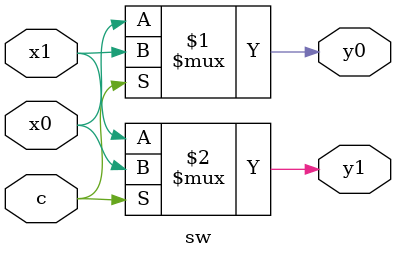
<source format=sv>
module sw (output y0, y1, input c, x0, x1);
    assign y0 = c ? x1 : x0;
    assign y1 = c ? x0 : x1;
endmodule

</source>
